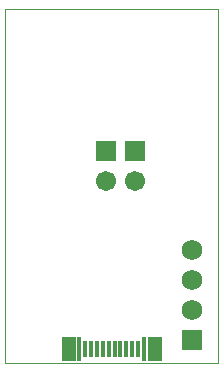
<source format=gbs>
G75*
%MOIN*%
%OFA0B0*%
%FSLAX25Y25*%
%IPPOS*%
%LPD*%
%AMOC8*
5,1,8,0,0,1.08239X$1,22.5*
%
%ADD10C,0.00000*%
%ADD11R,0.04724X0.07874*%
%ADD12R,0.01575X0.07874*%
%ADD13R,0.01575X0.05512*%
%ADD14R,0.06900X0.06900*%
%ADD15C,0.06900*%
%ADD16R,0.06699X0.06699*%
%ADD17C,0.06699*%
D10*
X0029754Y0037982D02*
X0029754Y0156093D01*
X0100620Y0156093D01*
X0100620Y0037982D01*
X0029754Y0037982D01*
D11*
X0050857Y0042785D03*
X0079518Y0042785D03*
D12*
X0076014Y0042785D03*
X0054361Y0042785D03*
D13*
X0056329Y0042785D03*
X0058298Y0042785D03*
X0060266Y0042785D03*
X0062235Y0042785D03*
X0064203Y0042785D03*
X0066172Y0042785D03*
X0068140Y0042785D03*
X0070109Y0042785D03*
X0072077Y0042785D03*
X0074046Y0042785D03*
D14*
X0091959Y0045856D03*
D15*
X0091959Y0055856D03*
X0091959Y0065856D03*
X0091959Y0075856D03*
D16*
X0073061Y0108848D03*
X0063219Y0108848D03*
D17*
X0063219Y0098848D03*
X0073061Y0098848D03*
M02*

</source>
